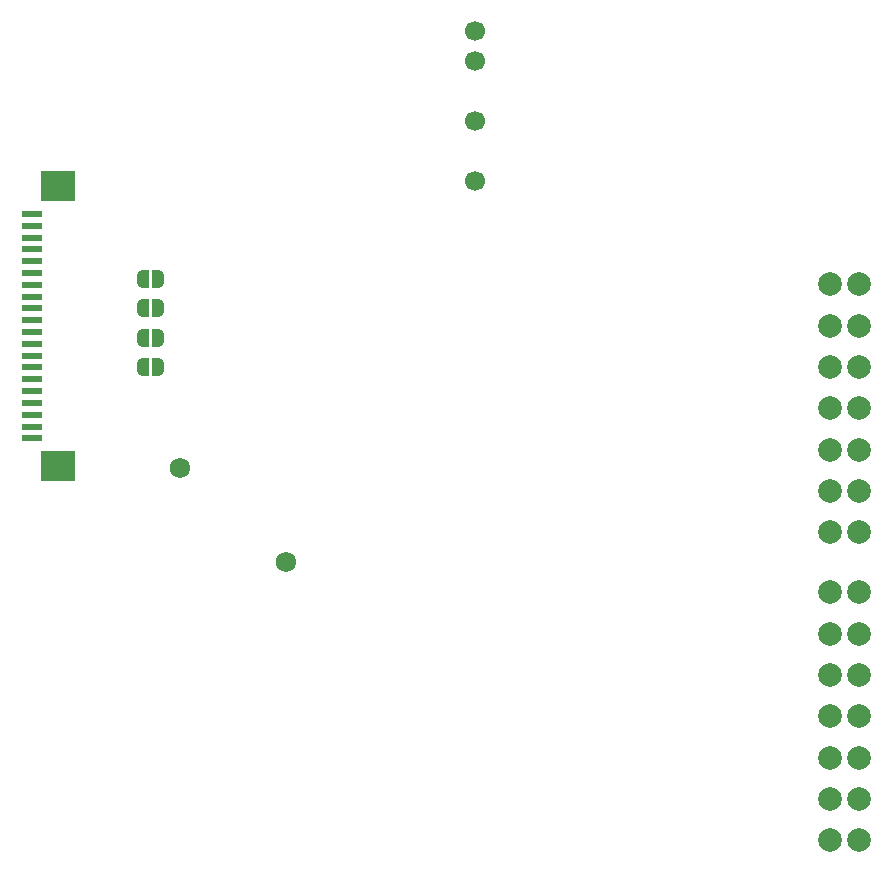
<source format=gbr>
%TF.GenerationSoftware,KiCad,Pcbnew,9.0.3*%
%TF.CreationDate,2025-07-19T18:36:15+03:00*%
%TF.ProjectId,PMCNV-AI4W,504d434e-562d-4414-9934-572e6b696361,rev?*%
%TF.SameCoordinates,Original*%
%TF.FileFunction,Soldermask,Bot*%
%TF.FilePolarity,Negative*%
%FSLAX46Y46*%
G04 Gerber Fmt 4.6, Leading zero omitted, Abs format (unit mm)*
G04 Created by KiCad (PCBNEW 9.0.3) date 2025-07-19 18:36:15*
%MOMM*%
%LPD*%
G01*
G04 APERTURE LIST*
G04 Aperture macros list*
%AMFreePoly0*
4,1,23,0.500000,-0.750000,0.000000,-0.750000,0.000000,-0.745722,-0.065263,-0.745722,-0.191342,-0.711940,-0.304381,-0.646677,-0.396677,-0.554381,-0.461940,-0.441342,-0.495722,-0.315263,-0.495722,-0.250000,-0.500000,-0.250000,-0.500000,0.250000,-0.495722,0.250000,-0.495722,0.315263,-0.461940,0.441342,-0.396677,0.554381,-0.304381,0.646677,-0.191342,0.711940,-0.065263,0.745722,0.000000,0.745722,
0.000000,0.750000,0.500000,0.750000,0.500000,-0.750000,0.500000,-0.750000,$1*%
%AMFreePoly1*
4,1,23,0.000000,0.745722,0.065263,0.745722,0.191342,0.711940,0.304381,0.646677,0.396677,0.554381,0.461940,0.441342,0.495722,0.315263,0.495722,0.250000,0.500000,0.250000,0.500000,-0.250000,0.495722,-0.250000,0.495722,-0.315263,0.461940,-0.441342,0.396677,-0.554381,0.304381,-0.646677,0.191342,-0.711940,0.065263,-0.745722,0.000000,-0.745722,0.000000,-0.750000,-0.500000,-0.750000,
-0.500000,0.750000,0.000000,0.750000,0.000000,0.745722,0.000000,0.745722,$1*%
G04 Aperture macros list end*
%ADD10C,2.000000*%
%ADD11C,1.725000*%
%ADD12C,1.700000*%
%ADD13FreePoly0,0.000000*%
%ADD14FreePoly1,0.000000*%
%ADD15R,1.800000X0.600000*%
%ADD16R,3.000000X2.600000*%
G04 APERTURE END LIST*
D10*
%TO.C,J3*%
X31000000Y2540000D03*
X31000000Y6040000D03*
X31000000Y9540000D03*
X31000000Y13040000D03*
X31000000Y16540000D03*
X31000000Y20040000D03*
X31000000Y23540000D03*
X33500000Y2540000D03*
X33500000Y6040000D03*
X33500000Y9540000D03*
X33500000Y13040000D03*
X33500000Y16540000D03*
X33500000Y20040000D03*
X33500000Y23540000D03*
%TD*%
D11*
%TO.C,U3*%
X-15000000Y0D03*
%TD*%
%TO.C,U2*%
X-24000000Y8000000D03*
%TD*%
D10*
%TO.C,J4*%
X31000000Y-23540000D03*
X31000000Y-20040000D03*
X31000000Y-16540000D03*
X31000000Y-13040000D03*
X31000000Y-9540000D03*
X31000000Y-6040000D03*
X31000000Y-2540000D03*
X33500000Y-23540000D03*
X33500000Y-20040000D03*
X33500000Y-16540000D03*
X33500000Y-13040000D03*
X33500000Y-9540000D03*
X33500000Y-6040000D03*
X33500000Y-2540000D03*
%TD*%
D12*
%TO.C,PS1*%
X1000000Y45000000D03*
X1000000Y42460000D03*
X1000000Y37380000D03*
X1000000Y32300000D03*
%TD*%
D13*
%TO.C,JP4*%
X-27150000Y16500000D03*
D14*
X-25850000Y16500000D03*
%TD*%
D13*
%TO.C,JP1*%
X-27150000Y24000000D03*
D14*
X-25850000Y24000000D03*
%TD*%
D13*
%TO.C,JP2*%
X-27150000Y21500000D03*
D14*
X-25850000Y21500000D03*
%TD*%
D15*
%TO.C,JM2*%
X-36546000Y29500000D03*
X-36546000Y28500000D03*
X-36546000Y27500000D03*
X-36546000Y26500000D03*
X-36546000Y25500000D03*
X-36546000Y24500000D03*
X-36546000Y23500000D03*
X-36546000Y22500000D03*
X-36546000Y21500000D03*
X-36546000Y20500000D03*
X-36546000Y19500000D03*
X-36546000Y18500000D03*
X-36546000Y17500000D03*
X-36546000Y16500000D03*
X-36546000Y15500000D03*
X-36546000Y14500000D03*
X-36546000Y13500000D03*
X-36546000Y12500000D03*
X-36546000Y11500000D03*
X-36546000Y10500000D03*
D16*
X-34375000Y31850000D03*
X-34375000Y8150000D03*
%TD*%
D13*
%TO.C,JP3*%
X-27150000Y19000000D03*
D14*
X-25850000Y19000000D03*
%TD*%
M02*

</source>
